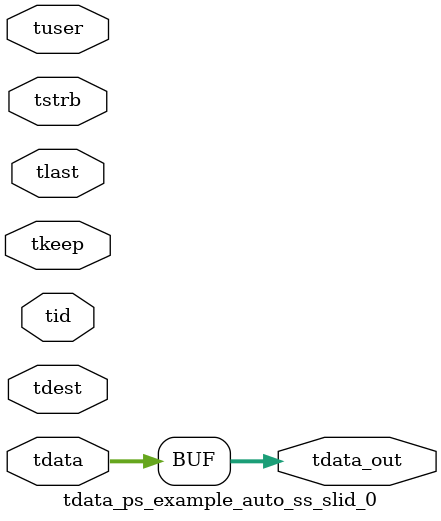
<source format=v>


`timescale 1ps/1ps

module tdata_ps_example_auto_ss_slid_0 #
(
parameter C_S_AXIS_TDATA_WIDTH = 32,
parameter C_S_AXIS_TUSER_WIDTH = 0,
parameter C_S_AXIS_TID_WIDTH   = 0,
parameter C_S_AXIS_TDEST_WIDTH = 0,
parameter C_M_AXIS_TDATA_WIDTH = 32
)
(
input  [(C_S_AXIS_TDATA_WIDTH == 0 ? 1 : C_S_AXIS_TDATA_WIDTH)-1:0     ] tdata,
input  [(C_S_AXIS_TUSER_WIDTH == 0 ? 1 : C_S_AXIS_TUSER_WIDTH)-1:0     ] tuser,
input  [(C_S_AXIS_TID_WIDTH   == 0 ? 1 : C_S_AXIS_TID_WIDTH)-1:0       ] tid,
input  [(C_S_AXIS_TDEST_WIDTH == 0 ? 1 : C_S_AXIS_TDEST_WIDTH)-1:0     ] tdest,
input  [(C_S_AXIS_TDATA_WIDTH/8)-1:0 ] tkeep,
input  [(C_S_AXIS_TDATA_WIDTH/8)-1:0 ] tstrb,
input                                                                    tlast,
output [C_M_AXIS_TDATA_WIDTH-1:0] tdata_out
);

assign tdata_out = {tdata[31:0]};

endmodule


</source>
